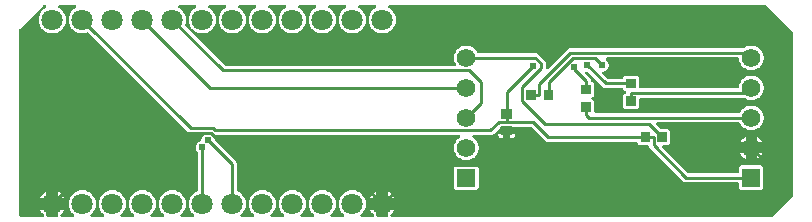
<source format=gbl>
G04 Layer: BottomLayer*
G04 EasyEDA v6.4.25, 2021-10-17T02:20:50+08:00*
G04 2ac7491e4d7b47ffaeae1aaf30646eaa,91c7be0e0535418db580a4ece6a21754,10*
G04 Gerber Generator version 0.2*
G04 Scale: 100 percent, Rotated: No, Reflected: No *
G04 Dimensions in millimeters *
G04 leading zeros omitted , absolute positions ,4 integer and 5 decimal *
%FSLAX45Y45*%
%MOMM*%

%ADD11C,0.2700*%
%ADD13C,0.6100*%
%ADD14C,1.5748*%
%ADD15R,1.5748X1.5748*%
%ADD16C,1.8000*%
%ADD19R,0.8640X0.8065*%

%LPD*%
G36*
X785368Y2578608D02*
G01*
X781456Y2579370D01*
X778205Y2581605D01*
X775970Y2584856D01*
X775208Y2588768D01*
X775208Y4163364D01*
X775970Y4167225D01*
X778205Y4170527D01*
X972972Y4365294D01*
X976274Y4367530D01*
X980135Y4368292D01*
X994918Y4368292D01*
X999236Y4367326D01*
X1002741Y4364583D01*
X1004722Y4360672D01*
X1004874Y4356252D01*
X1003096Y4352137D01*
X999794Y4349242D01*
X992022Y4344924D01*
X980236Y4336389D01*
X969619Y4326432D01*
X960323Y4315206D01*
X952550Y4302912D01*
X946353Y4289755D01*
X941832Y4275937D01*
X939139Y4261612D01*
X938225Y4247083D01*
X939139Y4232554D01*
X941832Y4218279D01*
X946353Y4204462D01*
X952550Y4191254D01*
X960323Y4178960D01*
X969619Y4167784D01*
X980236Y4157827D01*
X992022Y4149242D01*
X1004773Y4142232D01*
X1018286Y4136898D01*
X1032408Y4133291D01*
X1046835Y4131462D01*
X1061364Y4131462D01*
X1075791Y4133291D01*
X1089914Y4136898D01*
X1103426Y4142232D01*
X1116177Y4149242D01*
X1127963Y4157827D01*
X1138580Y4167784D01*
X1147876Y4178960D01*
X1155649Y4191254D01*
X1161846Y4204462D01*
X1166368Y4218279D01*
X1169060Y4232554D01*
X1169974Y4247083D01*
X1169060Y4261612D01*
X1166368Y4275937D01*
X1161846Y4289755D01*
X1155649Y4302912D01*
X1147876Y4315206D01*
X1138580Y4326432D01*
X1127963Y4336389D01*
X1116177Y4344924D01*
X1108405Y4349242D01*
X1105103Y4352137D01*
X1103325Y4356252D01*
X1103477Y4360672D01*
X1105458Y4364583D01*
X1108964Y4367326D01*
X1113282Y4368292D01*
X1248918Y4368292D01*
X1253236Y4367326D01*
X1256741Y4364583D01*
X1258722Y4360672D01*
X1258874Y4356252D01*
X1257096Y4352137D01*
X1253794Y4349242D01*
X1246022Y4344924D01*
X1234236Y4336389D01*
X1223619Y4326432D01*
X1214323Y4315206D01*
X1206550Y4302912D01*
X1200353Y4289755D01*
X1195832Y4275937D01*
X1193139Y4261612D01*
X1192225Y4247083D01*
X1193139Y4232554D01*
X1195832Y4218279D01*
X1200353Y4204462D01*
X1206550Y4191254D01*
X1214323Y4178960D01*
X1223619Y4167784D01*
X1234236Y4157827D01*
X1246022Y4149242D01*
X1258773Y4142232D01*
X1272286Y4136898D01*
X1286408Y4133291D01*
X1300835Y4131462D01*
X1315364Y4131462D01*
X1329791Y4133291D01*
X1343914Y4136898D01*
X1351076Y4139742D01*
X1354937Y4140454D01*
X1358747Y4139641D01*
X1361998Y4137456D01*
X2198065Y3301441D01*
X2204415Y3296208D01*
X2211222Y3292601D01*
X2218588Y3290366D01*
X2226767Y3289554D01*
X2331364Y3289554D01*
X2335530Y3288639D01*
X2338933Y3286150D01*
X2341016Y3282442D01*
X2341422Y3278225D01*
X2340051Y3274161D01*
X2337155Y3271062D01*
X2335936Y3270199D01*
X2328976Y3263239D01*
X2323388Y3255213D01*
X2319223Y3246323D01*
X2316683Y3236823D01*
X2315921Y3228136D01*
X2314752Y3224225D01*
X2312111Y3221075D01*
X2308402Y3219196D01*
X2306218Y3218637D01*
X2297328Y3214471D01*
X2289251Y3208832D01*
X2282291Y3201873D01*
X2276703Y3193846D01*
X2272538Y3184956D01*
X2269998Y3175457D01*
X2269134Y3165652D01*
X2269998Y3155848D01*
X2272538Y3146348D01*
X2276703Y3137458D01*
X2285339Y3125317D01*
X2286101Y3121456D01*
X2286101Y2803347D01*
X2285288Y2799435D01*
X2283053Y2796082D01*
X2279650Y2793898D01*
X2274773Y2791968D01*
X2262022Y2784957D01*
X2250236Y2776372D01*
X2239619Y2766415D01*
X2230323Y2755239D01*
X2222550Y2742946D01*
X2216353Y2729738D01*
X2211832Y2715920D01*
X2209139Y2701645D01*
X2208225Y2687116D01*
X2209139Y2672588D01*
X2211832Y2658262D01*
X2216353Y2644444D01*
X2222550Y2631287D01*
X2230323Y2618994D01*
X2239619Y2607767D01*
X2250236Y2597810D01*
X2254199Y2593848D01*
X2255469Y2589834D01*
X2255062Y2585618D01*
X2252929Y2581960D01*
X2249525Y2579471D01*
X2245410Y2578608D01*
X2148789Y2578608D01*
X2144674Y2579471D01*
X2141270Y2581960D01*
X2139137Y2585618D01*
X2138730Y2589834D01*
X2140000Y2593848D01*
X2143963Y2597810D01*
X2154580Y2607767D01*
X2163876Y2618994D01*
X2171649Y2631287D01*
X2177846Y2644444D01*
X2182368Y2658262D01*
X2185060Y2672588D01*
X2185974Y2687116D01*
X2185060Y2701645D01*
X2182368Y2715920D01*
X2177846Y2729738D01*
X2171649Y2742946D01*
X2163876Y2755239D01*
X2154580Y2766415D01*
X2143963Y2776372D01*
X2132177Y2784957D01*
X2119426Y2791968D01*
X2105914Y2797302D01*
X2091791Y2800959D01*
X2077364Y2802737D01*
X2062835Y2802737D01*
X2048408Y2800959D01*
X2034286Y2797302D01*
X2020773Y2791968D01*
X2008022Y2784957D01*
X1996236Y2776372D01*
X1985619Y2766415D01*
X1976323Y2755239D01*
X1968550Y2742946D01*
X1962353Y2729738D01*
X1957832Y2715920D01*
X1955139Y2701645D01*
X1954225Y2687116D01*
X1955139Y2672588D01*
X1957832Y2658262D01*
X1962353Y2644444D01*
X1968550Y2631287D01*
X1976323Y2618994D01*
X1985619Y2607767D01*
X1996236Y2597810D01*
X2000199Y2593848D01*
X2001469Y2589834D01*
X2001062Y2585618D01*
X1998929Y2581960D01*
X1995525Y2579471D01*
X1991410Y2578608D01*
X1894789Y2578608D01*
X1890674Y2579471D01*
X1887270Y2581960D01*
X1885137Y2585618D01*
X1884730Y2589834D01*
X1886000Y2593848D01*
X1889963Y2597810D01*
X1900580Y2607767D01*
X1909876Y2618994D01*
X1917649Y2631287D01*
X1923846Y2644444D01*
X1928368Y2658262D01*
X1931060Y2672588D01*
X1931974Y2687116D01*
X1931060Y2701645D01*
X1928368Y2715920D01*
X1923846Y2729738D01*
X1917649Y2742946D01*
X1909876Y2755239D01*
X1900580Y2766415D01*
X1889963Y2776372D01*
X1878177Y2784957D01*
X1865426Y2791968D01*
X1851914Y2797302D01*
X1837791Y2800959D01*
X1823364Y2802737D01*
X1808835Y2802737D01*
X1794408Y2800959D01*
X1780286Y2797302D01*
X1766773Y2791968D01*
X1754022Y2784957D01*
X1742236Y2776372D01*
X1731619Y2766415D01*
X1722323Y2755239D01*
X1714550Y2742946D01*
X1708353Y2729738D01*
X1703832Y2715920D01*
X1701139Y2701645D01*
X1700225Y2687116D01*
X1701139Y2672588D01*
X1703832Y2658262D01*
X1708353Y2644444D01*
X1714550Y2631287D01*
X1722323Y2618994D01*
X1731619Y2607767D01*
X1742236Y2597810D01*
X1746199Y2593848D01*
X1747469Y2589834D01*
X1747062Y2585618D01*
X1744929Y2581960D01*
X1741525Y2579471D01*
X1737410Y2578608D01*
X1640789Y2578608D01*
X1636674Y2579471D01*
X1633270Y2581960D01*
X1631137Y2585618D01*
X1630730Y2589834D01*
X1632000Y2593848D01*
X1635963Y2597810D01*
X1646580Y2607767D01*
X1655876Y2618994D01*
X1663649Y2631287D01*
X1669846Y2644444D01*
X1674368Y2658262D01*
X1677060Y2672588D01*
X1677974Y2687116D01*
X1677060Y2701645D01*
X1674368Y2715920D01*
X1669846Y2729738D01*
X1663649Y2742946D01*
X1655876Y2755239D01*
X1646580Y2766415D01*
X1635963Y2776372D01*
X1624177Y2784957D01*
X1611426Y2791968D01*
X1597914Y2797302D01*
X1583791Y2800959D01*
X1569364Y2802737D01*
X1554835Y2802737D01*
X1540408Y2800959D01*
X1526286Y2797302D01*
X1512773Y2791968D01*
X1500022Y2784957D01*
X1488236Y2776372D01*
X1477619Y2766415D01*
X1468323Y2755239D01*
X1460550Y2742946D01*
X1454353Y2729738D01*
X1449832Y2715920D01*
X1447139Y2701645D01*
X1446225Y2687116D01*
X1447139Y2672588D01*
X1449832Y2658262D01*
X1454353Y2644444D01*
X1460550Y2631287D01*
X1468323Y2618994D01*
X1477619Y2607767D01*
X1488236Y2597810D01*
X1492199Y2593848D01*
X1493469Y2589834D01*
X1493062Y2585618D01*
X1490929Y2581960D01*
X1487525Y2579471D01*
X1483410Y2578608D01*
X1386789Y2578608D01*
X1382674Y2579471D01*
X1379270Y2581960D01*
X1377137Y2585618D01*
X1376730Y2589834D01*
X1378000Y2593848D01*
X1381963Y2597810D01*
X1392580Y2607767D01*
X1401876Y2618994D01*
X1409649Y2631287D01*
X1415846Y2644444D01*
X1420368Y2658262D01*
X1423060Y2672588D01*
X1423974Y2687116D01*
X1423060Y2701645D01*
X1420368Y2715920D01*
X1415846Y2729738D01*
X1409649Y2742946D01*
X1401876Y2755239D01*
X1392580Y2766415D01*
X1381963Y2776372D01*
X1370177Y2784957D01*
X1357426Y2791968D01*
X1343914Y2797302D01*
X1329791Y2800959D01*
X1315364Y2802737D01*
X1300835Y2802737D01*
X1286408Y2800959D01*
X1272286Y2797302D01*
X1258773Y2791968D01*
X1246022Y2784957D01*
X1234236Y2776372D01*
X1223619Y2766415D01*
X1214323Y2755239D01*
X1206550Y2742946D01*
X1200353Y2729738D01*
X1195832Y2715920D01*
X1193139Y2701645D01*
X1192225Y2687116D01*
X1193139Y2672588D01*
X1195832Y2658262D01*
X1200353Y2644444D01*
X1206550Y2631287D01*
X1214323Y2618994D01*
X1223619Y2607767D01*
X1234236Y2597810D01*
X1238199Y2593848D01*
X1239469Y2589834D01*
X1239062Y2585618D01*
X1236929Y2581960D01*
X1233525Y2579471D01*
X1229410Y2578608D01*
X1132840Y2578608D01*
X1128674Y2579471D01*
X1125270Y2581960D01*
X1123188Y2585618D01*
X1122730Y2589834D01*
X1124051Y2593848D01*
X1127963Y2597810D01*
X1138580Y2607767D01*
X1147876Y2618994D01*
X1155649Y2631236D01*
X1157782Y2635758D01*
X1105458Y2635758D01*
X1105458Y2588768D01*
X1104696Y2584856D01*
X1102461Y2581605D01*
X1099159Y2579370D01*
X1095298Y2578608D01*
X1012901Y2578608D01*
X1009040Y2579370D01*
X1005738Y2581605D01*
X1003503Y2584856D01*
X1002741Y2588768D01*
X1002741Y2635758D01*
X950417Y2635758D01*
X952550Y2631236D01*
X960323Y2618994D01*
X969619Y2607767D01*
X980236Y2597810D01*
X984148Y2593848D01*
X985469Y2589834D01*
X985012Y2585618D01*
X982929Y2581960D01*
X979525Y2579471D01*
X975360Y2578608D01*
G37*

%LPC*%
G36*
X950417Y2738424D02*
G01*
X1002741Y2738424D01*
X1002741Y2790850D01*
X992022Y2784957D01*
X980236Y2776372D01*
X969619Y2766415D01*
X960323Y2755188D01*
X952550Y2742946D01*
G37*
G36*
X1105458Y2738424D02*
G01*
X1157782Y2738424D01*
X1155649Y2742946D01*
X1147876Y2755188D01*
X1138580Y2766415D01*
X1127963Y2776372D01*
X1116177Y2784957D01*
X1105458Y2790850D01*
G37*

%LPD*%
G36*
X2656789Y2578608D02*
G01*
X2652674Y2579471D01*
X2649270Y2581960D01*
X2647137Y2585618D01*
X2646730Y2589834D01*
X2648000Y2593848D01*
X2651963Y2597810D01*
X2662580Y2607767D01*
X2671876Y2618994D01*
X2679649Y2631287D01*
X2685846Y2644444D01*
X2690368Y2658262D01*
X2693060Y2672588D01*
X2693974Y2687116D01*
X2693060Y2701645D01*
X2690368Y2715920D01*
X2685846Y2729738D01*
X2679649Y2742946D01*
X2671876Y2755239D01*
X2662580Y2766415D01*
X2651963Y2776372D01*
X2640177Y2784957D01*
X2627426Y2791968D01*
X2623921Y2793339D01*
X2620568Y2795524D01*
X2618282Y2798876D01*
X2617520Y2802788D01*
X2617520Y3020618D01*
X2616708Y3028797D01*
X2614472Y3036163D01*
X2610815Y3042970D01*
X2605633Y3049320D01*
X2431237Y3223717D01*
X2429205Y3226612D01*
X2428290Y3230016D01*
X2427681Y3236823D01*
X2425141Y3246323D01*
X2420975Y3255213D01*
X2420061Y3259328D01*
X2420874Y3263493D01*
X2423312Y3266998D01*
X2426970Y3269132D01*
X2431186Y3269640D01*
X2435250Y3269234D01*
X4497882Y3269234D01*
X4502099Y3268319D01*
X4505553Y3265779D01*
X4507636Y3262020D01*
X4507992Y3257753D01*
X4506518Y3253689D01*
X4503572Y3250590D01*
X4495596Y3245307D01*
X4485335Y3236264D01*
X4476292Y3226003D01*
X4468672Y3214624D01*
X4462627Y3202330D01*
X4458258Y3189376D01*
X4455566Y3175965D01*
X4454652Y3162300D01*
X4455566Y3148634D01*
X4458258Y3135223D01*
X4462627Y3122269D01*
X4468672Y3109976D01*
X4476292Y3098596D01*
X4485335Y3088335D01*
X4495596Y3079292D01*
X4506976Y3071672D01*
X4519269Y3065627D01*
X4532223Y3061258D01*
X4545634Y3058566D01*
X4559300Y3057652D01*
X4572965Y3058566D01*
X4586376Y3061258D01*
X4599330Y3065627D01*
X4611624Y3071672D01*
X4623003Y3079292D01*
X4633264Y3088335D01*
X4642307Y3098596D01*
X4649927Y3109976D01*
X4655972Y3122269D01*
X4660341Y3135223D01*
X4663033Y3148634D01*
X4663948Y3162300D01*
X4663033Y3175965D01*
X4660341Y3189376D01*
X4655972Y3202330D01*
X4649927Y3214624D01*
X4642307Y3226003D01*
X4633264Y3236264D01*
X4623003Y3245307D01*
X4615027Y3250590D01*
X4612081Y3253689D01*
X4610608Y3257753D01*
X4610963Y3262020D01*
X4613046Y3265779D01*
X4616500Y3268319D01*
X4620717Y3269234D01*
X4762144Y3269234D01*
X4770323Y3270046D01*
X4777689Y3272282D01*
X4784496Y3275888D01*
X4790846Y3281121D01*
X4841290Y3331565D01*
X4844592Y3333800D01*
X4848504Y3334562D01*
X4874564Y3334562D01*
X4876850Y3337356D01*
X4879949Y3339236D01*
X4883505Y3339846D01*
X4920894Y3339846D01*
X4924450Y3339236D01*
X4927549Y3337356D01*
X4929835Y3334562D01*
X4974336Y3334562D01*
X4976622Y3337356D01*
X4979720Y3339236D01*
X4983276Y3339846D01*
X5106568Y3339846D01*
X5110480Y3339084D01*
X5113782Y3336899D01*
X5226964Y3223666D01*
X5233314Y3218484D01*
X5240121Y3214827D01*
X5247487Y3212592D01*
X5255666Y3211779D01*
X6001461Y3211779D01*
X6005068Y3211118D01*
X6008217Y3209188D01*
X6010503Y3206292D01*
X6011621Y3202228D01*
X6013500Y3196793D01*
X6016599Y3191865D01*
X6020714Y3187801D01*
X6025591Y3184702D01*
X6031077Y3182823D01*
X6037376Y3182112D01*
X6097320Y3182112D01*
X6101486Y3181197D01*
X6104940Y3178606D01*
X6107023Y3174898D01*
X6109360Y3167227D01*
X6113018Y3160420D01*
X6118199Y3154070D01*
X6391503Y2880766D01*
X6397853Y2875584D01*
X6404660Y2871927D01*
X6412026Y2869692D01*
X6420205Y2868879D01*
X6857492Y2868879D01*
X6861403Y2868117D01*
X6864654Y2865932D01*
X6866890Y2862630D01*
X6867652Y2858719D01*
X6867652Y2830118D01*
X6868363Y2823819D01*
X6870293Y2818333D01*
X6873341Y2813456D01*
X6877456Y2809341D01*
X6882333Y2806293D01*
X6887819Y2804363D01*
X6894118Y2803652D01*
X7050481Y2803652D01*
X7056780Y2804363D01*
X7062266Y2806293D01*
X7067143Y2809341D01*
X7071258Y2813456D01*
X7074306Y2818333D01*
X7076236Y2823819D01*
X7076948Y2830118D01*
X7076948Y2986481D01*
X7076236Y2992780D01*
X7074306Y2998266D01*
X7071258Y3003143D01*
X7067143Y3007258D01*
X7062266Y3010306D01*
X7056780Y3012236D01*
X7050481Y3012948D01*
X6894118Y3012948D01*
X6887819Y3012236D01*
X6882333Y3010306D01*
X6877456Y3007258D01*
X6873341Y3003143D01*
X6870293Y2998266D01*
X6868363Y2992780D01*
X6867652Y2986481D01*
X6867652Y2957880D01*
X6866890Y2953969D01*
X6864654Y2950667D01*
X6861403Y2948482D01*
X6857492Y2947720D01*
X6440220Y2947720D01*
X6436360Y2948482D01*
X6433058Y2950667D01*
X6218986Y3164738D01*
X6216802Y3168040D01*
X6215989Y3171952D01*
X6216802Y3175812D01*
X6218986Y3179114D01*
X6222288Y3181299D01*
X6226149Y3182112D01*
X6256223Y3182112D01*
X6262522Y3182823D01*
X6268008Y3184702D01*
X6272885Y3187801D01*
X6277000Y3191865D01*
X6280099Y3196793D01*
X6281978Y3202228D01*
X6282690Y3208578D01*
X6282690Y3293821D01*
X6281978Y3300171D01*
X6280099Y3305606D01*
X6277000Y3310534D01*
X6272885Y3314598D01*
X6268008Y3317697D01*
X6262522Y3319576D01*
X6256223Y3320287D01*
X6207658Y3320287D01*
X6203746Y3321100D01*
X6200444Y3323285D01*
X6164173Y3359556D01*
X6161989Y3362858D01*
X6161227Y3366719D01*
X6161989Y3370630D01*
X6164173Y3373932D01*
X6167475Y3376117D01*
X6171387Y3376879D01*
X6869023Y3376879D01*
X6872681Y3376218D01*
X6875881Y3374237D01*
X6878116Y3371240D01*
X6881672Y3363976D01*
X6889292Y3352596D01*
X6898335Y3342335D01*
X6908596Y3333292D01*
X6919975Y3325672D01*
X6932269Y3319627D01*
X6945223Y3315258D01*
X6958634Y3312566D01*
X6972300Y3311651D01*
X6985965Y3312566D01*
X6999376Y3315258D01*
X7012330Y3319627D01*
X7024624Y3325672D01*
X7036003Y3333292D01*
X7046264Y3342335D01*
X7055307Y3352596D01*
X7062927Y3363976D01*
X7068972Y3376269D01*
X7073341Y3389223D01*
X7076033Y3402634D01*
X7076948Y3416300D01*
X7076033Y3429965D01*
X7073341Y3443376D01*
X7068972Y3456330D01*
X7062927Y3468624D01*
X7055307Y3480003D01*
X7046264Y3490264D01*
X7036003Y3499307D01*
X7024624Y3506927D01*
X7012330Y3512972D01*
X6999376Y3517341D01*
X6985965Y3520033D01*
X6972300Y3520948D01*
X6958634Y3520033D01*
X6945223Y3517341D01*
X6932269Y3512972D01*
X6919975Y3506927D01*
X6908596Y3499307D01*
X6898335Y3490264D01*
X6889292Y3480003D01*
X6881672Y3468624D01*
X6878116Y3461359D01*
X6875881Y3458362D01*
X6872681Y3456381D01*
X6869023Y3455720D01*
X5654548Y3455720D01*
X5650687Y3456482D01*
X5647385Y3458667D01*
X5645200Y3461969D01*
X5644388Y3465880D01*
X5644388Y3545840D01*
X5643676Y3552139D01*
X5641797Y3557625D01*
X5638698Y3562502D01*
X5634634Y3566617D01*
X5629706Y3569665D01*
X5623661Y3571798D01*
X5620105Y3573932D01*
X5617667Y3577336D01*
X5616854Y3581400D01*
X5617667Y3585464D01*
X5620105Y3588867D01*
X5623661Y3591001D01*
X5629706Y3593134D01*
X5634634Y3596182D01*
X5638698Y3600297D01*
X5641797Y3605174D01*
X5643676Y3610660D01*
X5644388Y3616960D01*
X5644388Y3696462D01*
X5643676Y3702812D01*
X5641797Y3708247D01*
X5638698Y3713175D01*
X5634634Y3717239D01*
X5629706Y3720337D01*
X5624271Y3722268D01*
X5619800Y3723335D01*
X5617006Y3725316D01*
X5615025Y3728161D01*
X5613908Y3733647D01*
X5611672Y3741013D01*
X5608015Y3747820D01*
X5602833Y3754170D01*
X5566918Y3790086D01*
X5564682Y3793540D01*
X5563920Y3797554D01*
X5564886Y3801567D01*
X5567324Y3804869D01*
X5570880Y3806901D01*
X5574995Y3807409D01*
X5579516Y3807002D01*
X5582920Y3806088D01*
X5585815Y3804056D01*
X5709869Y3680002D01*
X5716219Y3674821D01*
X5723026Y3671163D01*
X5730392Y3668928D01*
X5738571Y3668115D01*
X5878372Y3668115D01*
X5882436Y3667302D01*
X5885789Y3664864D01*
X5887923Y3661308D01*
X5889802Y3655974D01*
X5892901Y3651097D01*
X5896965Y3646982D01*
X5901893Y3643934D01*
X5907938Y3641801D01*
X5911494Y3639667D01*
X5913932Y3636264D01*
X5914745Y3632200D01*
X5913932Y3628136D01*
X5911494Y3624732D01*
X5907938Y3622598D01*
X5901893Y3620465D01*
X5896965Y3617417D01*
X5892901Y3613302D01*
X5889802Y3608425D01*
X5887923Y3602939D01*
X5887212Y3596640D01*
X5887212Y3517137D01*
X5887923Y3510787D01*
X5889802Y3505352D01*
X5892901Y3500424D01*
X5896965Y3496360D01*
X5901893Y3493262D01*
X5907328Y3491331D01*
X5913678Y3490620D01*
X5998921Y3490620D01*
X6005271Y3491331D01*
X6010706Y3493262D01*
X6015634Y3496360D01*
X6019698Y3500424D01*
X6022797Y3505352D01*
X6024676Y3510787D01*
X6025388Y3517137D01*
X6025388Y3576574D01*
X6026200Y3580434D01*
X6028385Y3583736D01*
X6031687Y3585972D01*
X6035548Y3586734D01*
X6906361Y3586734D01*
X6909308Y3586276D01*
X6912051Y3585006D01*
X6919975Y3579672D01*
X6932269Y3573627D01*
X6945223Y3569258D01*
X6958634Y3566566D01*
X6972300Y3565651D01*
X6985965Y3566566D01*
X6999376Y3569258D01*
X7012330Y3573627D01*
X7024624Y3579672D01*
X7036003Y3587292D01*
X7046264Y3596335D01*
X7055307Y3606596D01*
X7062927Y3617976D01*
X7068972Y3630269D01*
X7073341Y3643223D01*
X7076033Y3656634D01*
X7076948Y3670300D01*
X7076033Y3683965D01*
X7073341Y3697376D01*
X7068972Y3710330D01*
X7062927Y3722624D01*
X7055307Y3734003D01*
X7046264Y3744264D01*
X7036003Y3753307D01*
X7024624Y3760927D01*
X7012330Y3766972D01*
X6999376Y3771341D01*
X6985965Y3774033D01*
X6972300Y3774948D01*
X6958634Y3774033D01*
X6945223Y3771341D01*
X6932269Y3766972D01*
X6919975Y3760927D01*
X6908596Y3753307D01*
X6898335Y3744264D01*
X6889292Y3734003D01*
X6881672Y3722624D01*
X6875627Y3710330D01*
X6871258Y3697376D01*
X6868566Y3683965D01*
X6868007Y3675024D01*
X6867042Y3671366D01*
X6864807Y3668268D01*
X6861556Y3666236D01*
X6857847Y3665524D01*
X6035548Y3665524D01*
X6031687Y3666286D01*
X6028385Y3668522D01*
X6026200Y3671824D01*
X6025388Y3675684D01*
X6025388Y3747262D01*
X6024676Y3753612D01*
X6022797Y3759047D01*
X6019698Y3763975D01*
X6015634Y3768039D01*
X6010706Y3771137D01*
X6005271Y3773068D01*
X5998921Y3773779D01*
X5913678Y3773779D01*
X5907328Y3773068D01*
X5901893Y3771137D01*
X5896965Y3768039D01*
X5892901Y3763975D01*
X5889802Y3759047D01*
X5887974Y3753764D01*
X5885789Y3750208D01*
X5882436Y3747770D01*
X5878372Y3746957D01*
X5758586Y3746957D01*
X5754725Y3747719D01*
X5751423Y3749903D01*
X5711139Y3790187D01*
X5709005Y3793337D01*
X5708142Y3797096D01*
X5708751Y3800856D01*
X5710732Y3804107D01*
X5713780Y3806444D01*
X5719165Y3807663D01*
X5728665Y3810203D01*
X5737555Y3814368D01*
X5745581Y3819956D01*
X5752541Y3826916D01*
X5758180Y3834993D01*
X5762345Y3843883D01*
X5764885Y3853383D01*
X5765749Y3863136D01*
X5764885Y3872941D01*
X5762345Y3882440D01*
X5758180Y3891330D01*
X5752541Y3899408D01*
X5745581Y3906367D01*
X5741924Y3908907D01*
X5739028Y3912006D01*
X5737656Y3916070D01*
X5738063Y3920286D01*
X5740196Y3923995D01*
X5743600Y3926484D01*
X5747766Y3927398D01*
X6857949Y3927398D01*
X6861708Y3926687D01*
X6864908Y3924655D01*
X6867144Y3921556D01*
X6868109Y3917899D01*
X6868566Y3910634D01*
X6871258Y3897223D01*
X6875627Y3884269D01*
X6881672Y3871976D01*
X6889292Y3860596D01*
X6898335Y3850335D01*
X6908596Y3841292D01*
X6919975Y3833672D01*
X6932269Y3827627D01*
X6945223Y3823258D01*
X6958634Y3820566D01*
X6972300Y3819651D01*
X6985965Y3820566D01*
X6999376Y3823258D01*
X7012330Y3827627D01*
X7024624Y3833672D01*
X7036003Y3841292D01*
X7046264Y3850335D01*
X7055307Y3860596D01*
X7062927Y3871976D01*
X7068972Y3884269D01*
X7073341Y3897223D01*
X7076033Y3910634D01*
X7076948Y3924300D01*
X7076033Y3937965D01*
X7073341Y3951376D01*
X7068972Y3964330D01*
X7062927Y3976624D01*
X7055307Y3988003D01*
X7046264Y3998264D01*
X7036003Y4007307D01*
X7024624Y4014927D01*
X7012330Y4020972D01*
X6999376Y4025341D01*
X6985965Y4028033D01*
X6972300Y4028948D01*
X6958634Y4028033D01*
X6945223Y4025341D01*
X6932269Y4020972D01*
X6919975Y4014927D01*
X6909511Y4007916D01*
X6906818Y4006646D01*
X6903872Y4006189D01*
X5441848Y4006189D01*
X5433669Y4005376D01*
X5426303Y4003141D01*
X5419496Y3999534D01*
X5413146Y3994302D01*
X5248249Y3829405D01*
X5244947Y3827221D01*
X5241086Y3826459D01*
X5237175Y3827221D01*
X5233873Y3829405D01*
X5231688Y3832707D01*
X5230926Y3836619D01*
X5230926Y3877259D01*
X5230114Y3885437D01*
X5227878Y3892804D01*
X5224221Y3899611D01*
X5219039Y3905961D01*
X5173167Y3951833D01*
X5166817Y3957015D01*
X5160010Y3960672D01*
X5152644Y3962908D01*
X5144465Y3963720D01*
X4662576Y3963720D01*
X4658918Y3964381D01*
X4655718Y3966362D01*
X4653483Y3969359D01*
X4649927Y3976624D01*
X4642307Y3988003D01*
X4633264Y3998264D01*
X4623003Y4007307D01*
X4611624Y4014927D01*
X4599330Y4020972D01*
X4586376Y4025341D01*
X4572965Y4028033D01*
X4559300Y4028948D01*
X4545634Y4028033D01*
X4532223Y4025341D01*
X4519269Y4020972D01*
X4506976Y4014927D01*
X4495596Y4007307D01*
X4485335Y3998264D01*
X4476292Y3988003D01*
X4468672Y3976624D01*
X4462627Y3964330D01*
X4458258Y3951376D01*
X4455566Y3937965D01*
X4454652Y3924300D01*
X4455566Y3910634D01*
X4458258Y3897223D01*
X4462627Y3884269D01*
X4468825Y3871823D01*
X4470400Y3867759D01*
X4470146Y3863390D01*
X4468063Y3859580D01*
X4464608Y3856939D01*
X4460341Y3856024D01*
X2521153Y3856024D01*
X2517241Y3856786D01*
X2513939Y3858971D01*
X2179929Y4193032D01*
X2177796Y4196080D01*
X2176932Y4199737D01*
X2177440Y4203395D01*
X2182368Y4218279D01*
X2185060Y4232554D01*
X2185974Y4247083D01*
X2185060Y4261612D01*
X2182368Y4275937D01*
X2177846Y4289755D01*
X2171649Y4302912D01*
X2163876Y4315206D01*
X2154580Y4326432D01*
X2143963Y4336389D01*
X2132177Y4344924D01*
X2124405Y4349242D01*
X2121103Y4352137D01*
X2119325Y4356252D01*
X2119477Y4360672D01*
X2121458Y4364583D01*
X2124964Y4367326D01*
X2129282Y4368292D01*
X2264918Y4368292D01*
X2269236Y4367326D01*
X2272741Y4364583D01*
X2274722Y4360672D01*
X2274874Y4356252D01*
X2273096Y4352137D01*
X2269794Y4349242D01*
X2262022Y4344924D01*
X2250236Y4336389D01*
X2239619Y4326432D01*
X2230323Y4315206D01*
X2222550Y4302912D01*
X2216353Y4289755D01*
X2211832Y4275937D01*
X2209139Y4261612D01*
X2208225Y4247083D01*
X2209139Y4232554D01*
X2211832Y4218279D01*
X2216353Y4204462D01*
X2222550Y4191254D01*
X2230323Y4178960D01*
X2239619Y4167784D01*
X2250236Y4157827D01*
X2262022Y4149242D01*
X2274773Y4142232D01*
X2288286Y4136898D01*
X2302408Y4133291D01*
X2316835Y4131462D01*
X2331364Y4131462D01*
X2345791Y4133291D01*
X2359914Y4136898D01*
X2373426Y4142232D01*
X2386177Y4149242D01*
X2397963Y4157827D01*
X2408580Y4167784D01*
X2417876Y4178960D01*
X2425649Y4191254D01*
X2431846Y4204462D01*
X2436368Y4218279D01*
X2439060Y4232554D01*
X2439974Y4247083D01*
X2439060Y4261612D01*
X2436368Y4275937D01*
X2431846Y4289755D01*
X2425649Y4302912D01*
X2417876Y4315206D01*
X2408580Y4326432D01*
X2397963Y4336389D01*
X2386177Y4344924D01*
X2378405Y4349242D01*
X2375103Y4352137D01*
X2373325Y4356252D01*
X2373477Y4360672D01*
X2375458Y4364583D01*
X2378964Y4367326D01*
X2383282Y4368292D01*
X2518918Y4368292D01*
X2523236Y4367326D01*
X2526741Y4364583D01*
X2528722Y4360672D01*
X2528874Y4356252D01*
X2527096Y4352137D01*
X2523794Y4349242D01*
X2516022Y4344924D01*
X2504236Y4336389D01*
X2493619Y4326432D01*
X2484323Y4315206D01*
X2476550Y4302912D01*
X2470353Y4289755D01*
X2465832Y4275937D01*
X2463139Y4261612D01*
X2462225Y4247083D01*
X2463139Y4232554D01*
X2465832Y4218279D01*
X2470353Y4204462D01*
X2476550Y4191254D01*
X2484323Y4178960D01*
X2493619Y4167784D01*
X2504236Y4157827D01*
X2516022Y4149242D01*
X2528773Y4142232D01*
X2542286Y4136898D01*
X2556408Y4133291D01*
X2570835Y4131462D01*
X2585364Y4131462D01*
X2599791Y4133291D01*
X2613914Y4136898D01*
X2627426Y4142232D01*
X2640177Y4149242D01*
X2651963Y4157827D01*
X2662580Y4167784D01*
X2671876Y4178960D01*
X2679649Y4191254D01*
X2685846Y4204462D01*
X2690368Y4218279D01*
X2693060Y4232554D01*
X2693974Y4247083D01*
X2693060Y4261612D01*
X2690368Y4275937D01*
X2685846Y4289755D01*
X2679649Y4302912D01*
X2671876Y4315206D01*
X2662580Y4326432D01*
X2651963Y4336389D01*
X2640177Y4344924D01*
X2632405Y4349242D01*
X2629103Y4352137D01*
X2627325Y4356252D01*
X2627477Y4360672D01*
X2629458Y4364583D01*
X2632964Y4367326D01*
X2637282Y4368292D01*
X2772918Y4368292D01*
X2777236Y4367326D01*
X2780741Y4364583D01*
X2782722Y4360672D01*
X2782874Y4356252D01*
X2781096Y4352137D01*
X2777794Y4349242D01*
X2770022Y4344924D01*
X2758236Y4336389D01*
X2747619Y4326432D01*
X2738323Y4315206D01*
X2730550Y4302912D01*
X2724353Y4289755D01*
X2719832Y4275937D01*
X2717139Y4261612D01*
X2716225Y4247083D01*
X2717139Y4232554D01*
X2719832Y4218279D01*
X2724353Y4204462D01*
X2730550Y4191254D01*
X2738323Y4178960D01*
X2747619Y4167784D01*
X2758236Y4157827D01*
X2770022Y4149242D01*
X2782773Y4142232D01*
X2796286Y4136898D01*
X2810408Y4133291D01*
X2824835Y4131462D01*
X2839364Y4131462D01*
X2853791Y4133291D01*
X2867914Y4136898D01*
X2881426Y4142232D01*
X2894177Y4149242D01*
X2905963Y4157827D01*
X2916580Y4167784D01*
X2925876Y4178960D01*
X2933649Y4191254D01*
X2939846Y4204462D01*
X2944368Y4218279D01*
X2947060Y4232554D01*
X2947974Y4247083D01*
X2947060Y4261612D01*
X2944368Y4275937D01*
X2939846Y4289755D01*
X2933649Y4302912D01*
X2925876Y4315206D01*
X2916580Y4326432D01*
X2905963Y4336389D01*
X2894177Y4344924D01*
X2886405Y4349242D01*
X2883103Y4352137D01*
X2881325Y4356252D01*
X2881477Y4360672D01*
X2883458Y4364583D01*
X2886964Y4367326D01*
X2891282Y4368292D01*
X3026918Y4368292D01*
X3031236Y4367326D01*
X3034741Y4364583D01*
X3036722Y4360672D01*
X3036874Y4356252D01*
X3035096Y4352137D01*
X3031794Y4349242D01*
X3024022Y4344924D01*
X3012236Y4336389D01*
X3001619Y4326432D01*
X2992323Y4315206D01*
X2984550Y4302912D01*
X2978353Y4289755D01*
X2973832Y4275937D01*
X2971139Y4261612D01*
X2970225Y4247083D01*
X2971139Y4232554D01*
X2973832Y4218279D01*
X2978353Y4204462D01*
X2984550Y4191254D01*
X2992323Y4178960D01*
X3001619Y4167784D01*
X3012236Y4157827D01*
X3024022Y4149242D01*
X3036773Y4142232D01*
X3050286Y4136898D01*
X3064408Y4133291D01*
X3078835Y4131462D01*
X3093364Y4131462D01*
X3107791Y4133291D01*
X3121914Y4136898D01*
X3135426Y4142232D01*
X3148177Y4149242D01*
X3159963Y4157827D01*
X3170580Y4167784D01*
X3179876Y4178960D01*
X3187649Y4191254D01*
X3193846Y4204462D01*
X3198368Y4218279D01*
X3201060Y4232554D01*
X3201974Y4247083D01*
X3201060Y4261612D01*
X3198368Y4275937D01*
X3193846Y4289755D01*
X3187649Y4302912D01*
X3179876Y4315206D01*
X3170580Y4326432D01*
X3159963Y4336389D01*
X3148177Y4344924D01*
X3140405Y4349242D01*
X3137103Y4352137D01*
X3135325Y4356252D01*
X3135477Y4360672D01*
X3137458Y4364583D01*
X3140964Y4367326D01*
X3145282Y4368292D01*
X3280918Y4368292D01*
X3285236Y4367326D01*
X3288741Y4364583D01*
X3290722Y4360672D01*
X3290874Y4356252D01*
X3289096Y4352137D01*
X3285794Y4349242D01*
X3278022Y4344924D01*
X3266236Y4336389D01*
X3255619Y4326432D01*
X3246323Y4315206D01*
X3238550Y4302912D01*
X3232353Y4289755D01*
X3227832Y4275937D01*
X3225139Y4261612D01*
X3224225Y4247083D01*
X3225139Y4232554D01*
X3227832Y4218279D01*
X3232353Y4204462D01*
X3238550Y4191254D01*
X3246323Y4178960D01*
X3255619Y4167784D01*
X3266236Y4157827D01*
X3278022Y4149242D01*
X3290773Y4142232D01*
X3304286Y4136898D01*
X3318408Y4133291D01*
X3332835Y4131462D01*
X3347364Y4131462D01*
X3361791Y4133291D01*
X3375914Y4136898D01*
X3389426Y4142232D01*
X3402177Y4149242D01*
X3413963Y4157827D01*
X3424580Y4167784D01*
X3433876Y4178960D01*
X3441649Y4191254D01*
X3447846Y4204462D01*
X3452368Y4218279D01*
X3455060Y4232554D01*
X3455974Y4247083D01*
X3455060Y4261612D01*
X3452368Y4275937D01*
X3447846Y4289755D01*
X3441649Y4302912D01*
X3433876Y4315206D01*
X3424580Y4326432D01*
X3413963Y4336389D01*
X3402177Y4344924D01*
X3394405Y4349242D01*
X3391103Y4352137D01*
X3389325Y4356252D01*
X3389477Y4360672D01*
X3391458Y4364583D01*
X3394964Y4367326D01*
X3399282Y4368292D01*
X3534918Y4368292D01*
X3539236Y4367326D01*
X3542741Y4364583D01*
X3544722Y4360672D01*
X3544874Y4356252D01*
X3543096Y4352137D01*
X3539794Y4349242D01*
X3532022Y4344924D01*
X3520236Y4336389D01*
X3509619Y4326432D01*
X3500323Y4315206D01*
X3492550Y4302912D01*
X3486353Y4289755D01*
X3481832Y4275937D01*
X3479139Y4261612D01*
X3478225Y4247083D01*
X3479139Y4232554D01*
X3481832Y4218279D01*
X3486353Y4204462D01*
X3492550Y4191254D01*
X3500323Y4178960D01*
X3509619Y4167784D01*
X3520236Y4157827D01*
X3532022Y4149242D01*
X3544773Y4142232D01*
X3558286Y4136898D01*
X3572408Y4133291D01*
X3586835Y4131462D01*
X3601364Y4131462D01*
X3615791Y4133291D01*
X3629914Y4136898D01*
X3643426Y4142232D01*
X3656177Y4149242D01*
X3667963Y4157827D01*
X3678580Y4167784D01*
X3687876Y4178960D01*
X3695649Y4191254D01*
X3701846Y4204462D01*
X3706368Y4218279D01*
X3709060Y4232554D01*
X3709974Y4247083D01*
X3709060Y4261612D01*
X3706368Y4275937D01*
X3701846Y4289755D01*
X3695649Y4302912D01*
X3687876Y4315206D01*
X3678580Y4326432D01*
X3667963Y4336389D01*
X3656177Y4344924D01*
X3648405Y4349242D01*
X3645103Y4352137D01*
X3643325Y4356252D01*
X3643477Y4360672D01*
X3645458Y4364583D01*
X3648964Y4367326D01*
X3653282Y4368292D01*
X3788918Y4368292D01*
X3793236Y4367326D01*
X3796741Y4364583D01*
X3798722Y4360672D01*
X3798874Y4356252D01*
X3797096Y4352137D01*
X3793794Y4349242D01*
X3786022Y4344924D01*
X3774236Y4336389D01*
X3763619Y4326432D01*
X3754323Y4315206D01*
X3746550Y4302912D01*
X3740353Y4289755D01*
X3735832Y4275937D01*
X3733139Y4261612D01*
X3732225Y4247083D01*
X3733139Y4232554D01*
X3735832Y4218279D01*
X3740353Y4204462D01*
X3746550Y4191254D01*
X3754323Y4178960D01*
X3763619Y4167784D01*
X3774236Y4157827D01*
X3786022Y4149242D01*
X3798773Y4142232D01*
X3812286Y4136898D01*
X3826408Y4133291D01*
X3840835Y4131462D01*
X3855364Y4131462D01*
X3869791Y4133291D01*
X3883914Y4136898D01*
X3897426Y4142232D01*
X3910177Y4149242D01*
X3921963Y4157827D01*
X3932580Y4167784D01*
X3941876Y4178960D01*
X3949649Y4191254D01*
X3955846Y4204462D01*
X3960368Y4218279D01*
X3963060Y4232554D01*
X3963974Y4247083D01*
X3963060Y4261612D01*
X3960368Y4275937D01*
X3955846Y4289755D01*
X3949649Y4302912D01*
X3941876Y4315206D01*
X3932580Y4326432D01*
X3921963Y4336389D01*
X3910177Y4344924D01*
X3902405Y4349242D01*
X3899103Y4352137D01*
X3897325Y4356252D01*
X3897477Y4360672D01*
X3899458Y4364583D01*
X3902964Y4367326D01*
X3907282Y4368292D01*
X7097064Y4368292D01*
X7100925Y4367530D01*
X7104227Y4365294D01*
X7324394Y4145127D01*
X7326630Y4141825D01*
X7327392Y4137964D01*
X7327392Y2758135D01*
X7326630Y2754274D01*
X7324394Y2750972D01*
X7155027Y2581605D01*
X7151725Y2579370D01*
X7147864Y2578608D01*
X3926840Y2578608D01*
X3922674Y2579471D01*
X3919270Y2581960D01*
X3917137Y2585618D01*
X3916730Y2589834D01*
X3918000Y2593848D01*
X3921963Y2597810D01*
X3932580Y2607767D01*
X3941876Y2618994D01*
X3949649Y2631287D01*
X3951782Y2635758D01*
X3899458Y2635758D01*
X3899458Y2588768D01*
X3898696Y2584856D01*
X3896461Y2581605D01*
X3893159Y2579370D01*
X3889298Y2578608D01*
X3806901Y2578608D01*
X3803040Y2579370D01*
X3799738Y2581605D01*
X3797503Y2584856D01*
X3796741Y2588768D01*
X3796741Y2635758D01*
X3744417Y2635758D01*
X3746550Y2631287D01*
X3754323Y2618994D01*
X3763619Y2607767D01*
X3774236Y2597810D01*
X3778199Y2593848D01*
X3779469Y2589834D01*
X3779062Y2585618D01*
X3776929Y2581960D01*
X3773525Y2579471D01*
X3769360Y2578608D01*
X3672789Y2578608D01*
X3668674Y2579471D01*
X3665270Y2581960D01*
X3663137Y2585618D01*
X3662730Y2589834D01*
X3664000Y2593848D01*
X3667963Y2597810D01*
X3678580Y2607767D01*
X3687876Y2618994D01*
X3695649Y2631287D01*
X3701846Y2644444D01*
X3706368Y2658262D01*
X3709060Y2672588D01*
X3709974Y2687116D01*
X3709060Y2701645D01*
X3706368Y2715920D01*
X3701846Y2729738D01*
X3695649Y2742946D01*
X3687876Y2755239D01*
X3678580Y2766415D01*
X3667963Y2776372D01*
X3656177Y2784957D01*
X3643426Y2791968D01*
X3629914Y2797302D01*
X3615791Y2800959D01*
X3601364Y2802737D01*
X3586835Y2802737D01*
X3572408Y2800959D01*
X3558286Y2797302D01*
X3544773Y2791968D01*
X3532022Y2784957D01*
X3520236Y2776372D01*
X3509619Y2766415D01*
X3500323Y2755239D01*
X3492550Y2742946D01*
X3486353Y2729738D01*
X3481832Y2715920D01*
X3479139Y2701645D01*
X3478225Y2687116D01*
X3479139Y2672588D01*
X3481832Y2658262D01*
X3486353Y2644444D01*
X3492550Y2631287D01*
X3500323Y2618994D01*
X3509619Y2607767D01*
X3520236Y2597810D01*
X3524199Y2593848D01*
X3525469Y2589834D01*
X3525062Y2585618D01*
X3522929Y2581960D01*
X3519525Y2579471D01*
X3515410Y2578608D01*
X3418789Y2578608D01*
X3414674Y2579471D01*
X3411270Y2581960D01*
X3409137Y2585618D01*
X3408730Y2589834D01*
X3410000Y2593848D01*
X3413963Y2597810D01*
X3424580Y2607767D01*
X3433876Y2618994D01*
X3441649Y2631287D01*
X3447846Y2644444D01*
X3452368Y2658262D01*
X3455060Y2672588D01*
X3455974Y2687116D01*
X3455060Y2701645D01*
X3452368Y2715920D01*
X3447846Y2729738D01*
X3441649Y2742946D01*
X3433876Y2755239D01*
X3424580Y2766415D01*
X3413963Y2776372D01*
X3402177Y2784957D01*
X3389426Y2791968D01*
X3375914Y2797302D01*
X3361791Y2800959D01*
X3347364Y2802737D01*
X3332835Y2802737D01*
X3318408Y2800959D01*
X3304286Y2797302D01*
X3290773Y2791968D01*
X3278022Y2784957D01*
X3266236Y2776372D01*
X3255619Y2766415D01*
X3246323Y2755239D01*
X3238550Y2742946D01*
X3232353Y2729738D01*
X3227832Y2715920D01*
X3225139Y2701645D01*
X3224225Y2687116D01*
X3225139Y2672588D01*
X3227832Y2658262D01*
X3232353Y2644444D01*
X3238550Y2631287D01*
X3246323Y2618994D01*
X3255619Y2607767D01*
X3266236Y2597810D01*
X3270199Y2593848D01*
X3271469Y2589834D01*
X3271062Y2585618D01*
X3268929Y2581960D01*
X3265525Y2579471D01*
X3261410Y2578608D01*
X3164789Y2578608D01*
X3160674Y2579471D01*
X3157270Y2581960D01*
X3155137Y2585618D01*
X3154730Y2589834D01*
X3156000Y2593848D01*
X3159963Y2597810D01*
X3170580Y2607767D01*
X3179876Y2618994D01*
X3187649Y2631287D01*
X3193846Y2644444D01*
X3198368Y2658262D01*
X3201060Y2672588D01*
X3201974Y2687116D01*
X3201060Y2701645D01*
X3198368Y2715920D01*
X3193846Y2729738D01*
X3187649Y2742946D01*
X3179876Y2755239D01*
X3170580Y2766415D01*
X3159963Y2776372D01*
X3148177Y2784957D01*
X3135426Y2791968D01*
X3121914Y2797302D01*
X3107791Y2800959D01*
X3093364Y2802737D01*
X3078835Y2802737D01*
X3064408Y2800959D01*
X3050286Y2797302D01*
X3036773Y2791968D01*
X3024022Y2784957D01*
X3012236Y2776372D01*
X3001619Y2766415D01*
X2992323Y2755239D01*
X2984550Y2742946D01*
X2978353Y2729738D01*
X2973832Y2715920D01*
X2971139Y2701645D01*
X2970225Y2687116D01*
X2971139Y2672588D01*
X2973832Y2658262D01*
X2978353Y2644444D01*
X2984550Y2631287D01*
X2992323Y2618994D01*
X3001619Y2607767D01*
X3012236Y2597810D01*
X3016199Y2593848D01*
X3017469Y2589834D01*
X3017062Y2585618D01*
X3014929Y2581960D01*
X3011525Y2579471D01*
X3007410Y2578608D01*
X2910789Y2578608D01*
X2906674Y2579471D01*
X2903270Y2581960D01*
X2901137Y2585618D01*
X2900730Y2589834D01*
X2902000Y2593848D01*
X2905963Y2597810D01*
X2916580Y2607767D01*
X2925876Y2618994D01*
X2933649Y2631287D01*
X2939846Y2644444D01*
X2944368Y2658262D01*
X2947060Y2672588D01*
X2947974Y2687116D01*
X2947060Y2701645D01*
X2944368Y2715920D01*
X2939846Y2729738D01*
X2933649Y2742946D01*
X2925876Y2755239D01*
X2916580Y2766415D01*
X2905963Y2776372D01*
X2894177Y2784957D01*
X2881426Y2791968D01*
X2867914Y2797302D01*
X2853791Y2800959D01*
X2839364Y2802737D01*
X2824835Y2802737D01*
X2810408Y2800959D01*
X2796286Y2797302D01*
X2782773Y2791968D01*
X2770022Y2784957D01*
X2758236Y2776372D01*
X2747619Y2766415D01*
X2738323Y2755239D01*
X2730550Y2742946D01*
X2724353Y2729738D01*
X2719832Y2715920D01*
X2717139Y2701645D01*
X2716225Y2687116D01*
X2717139Y2672588D01*
X2719832Y2658262D01*
X2724353Y2644444D01*
X2730550Y2631287D01*
X2738323Y2618994D01*
X2747619Y2607767D01*
X2758236Y2597810D01*
X2762199Y2593848D01*
X2763469Y2589834D01*
X2763062Y2585618D01*
X2760929Y2581960D01*
X2757525Y2579471D01*
X2753410Y2578608D01*
G37*

%LPC*%
G36*
X6926580Y3068421D02*
G01*
X6926580Y3116580D01*
X6878421Y3116580D01*
X6881672Y3109976D01*
X6889292Y3098596D01*
X6898335Y3088335D01*
X6908596Y3079292D01*
X6919975Y3071672D01*
G37*
G36*
X4931054Y3242310D02*
G01*
X4946650Y3242310D01*
X4952949Y3243021D01*
X4958435Y3244900D01*
X4963312Y3247999D01*
X4967427Y3252114D01*
X4970475Y3256991D01*
X4972405Y3262477D01*
X4973116Y3268776D01*
X4973116Y3281832D01*
X4931054Y3281832D01*
G37*
G36*
X4857750Y3242310D02*
G01*
X4873345Y3242310D01*
X4873345Y3281832D01*
X4831283Y3281832D01*
X4831283Y3268776D01*
X4831994Y3262477D01*
X4833924Y3256991D01*
X4836972Y3252114D01*
X4841087Y3247999D01*
X4845964Y3244900D01*
X4851450Y3243021D01*
G37*
G36*
X6878421Y3208020D02*
G01*
X6926580Y3208020D01*
X6926580Y3256178D01*
X6919975Y3252927D01*
X6908596Y3245307D01*
X6898335Y3236264D01*
X6889292Y3226003D01*
X6881672Y3214624D01*
G37*
G36*
X7018020Y3208020D02*
G01*
X7066178Y3208020D01*
X7062927Y3214624D01*
X7055307Y3226003D01*
X7046264Y3236264D01*
X7036003Y3245307D01*
X7024624Y3252927D01*
X7018020Y3256178D01*
G37*
G36*
X7018020Y3068421D02*
G01*
X7024624Y3071672D01*
X7036003Y3079292D01*
X7046264Y3088335D01*
X7055307Y3098596D01*
X7062927Y3109976D01*
X7066178Y3116580D01*
X7018020Y3116580D01*
G37*
G36*
X4481118Y2803652D02*
G01*
X4637481Y2803652D01*
X4643780Y2804363D01*
X4649266Y2806293D01*
X4654143Y2809341D01*
X4658258Y2813456D01*
X4661306Y2818333D01*
X4663236Y2823819D01*
X4663948Y2830118D01*
X4663948Y2986481D01*
X4663236Y2992780D01*
X4661306Y2998266D01*
X4658258Y3003143D01*
X4654143Y3007258D01*
X4649266Y3010306D01*
X4643780Y3012236D01*
X4637481Y3012948D01*
X4481118Y3012948D01*
X4474819Y3012236D01*
X4469333Y3010306D01*
X4464456Y3007258D01*
X4460341Y3003143D01*
X4457293Y2998266D01*
X4455363Y2992780D01*
X4454652Y2986481D01*
X4454652Y2830118D01*
X4455363Y2823819D01*
X4457293Y2818333D01*
X4460341Y2813456D01*
X4464456Y2809341D01*
X4469333Y2806293D01*
X4474819Y2804363D01*
G37*
G36*
X3744417Y2738424D02*
G01*
X3796741Y2738424D01*
X3796741Y2790850D01*
X3786022Y2784957D01*
X3774236Y2776372D01*
X3763619Y2766415D01*
X3754323Y2755239D01*
X3746550Y2742946D01*
G37*
G36*
X3899458Y2738424D02*
G01*
X3951782Y2738424D01*
X3949649Y2742946D01*
X3941876Y2755239D01*
X3932580Y2766415D01*
X3921963Y2776372D01*
X3910177Y2784957D01*
X3899458Y2790850D01*
G37*

%LPD*%
D11*
X2578100Y2687091D02*
G01*
X2578100Y3021101D01*
X2372182Y3227019D01*
X2324100Y2687091D02*
G01*
X2325497Y2688488D01*
X2325497Y3165652D01*
X6216802Y3251200D02*
G01*
X6102146Y3365855D01*
X5221554Y3365855D01*
X5033111Y3554298D01*
X5033111Y3677056D01*
X5191506Y3835450D01*
X5191506Y3877741D01*
X5144947Y3924300D01*
X4559300Y3924300D01*
X6972300Y3416300D02*
G01*
X5595823Y3416300D01*
X5575300Y3436823D01*
X5575300Y3506063D02*
G01*
X5575300Y3436823D01*
X6972300Y3670300D02*
G01*
X6928129Y3626129D01*
X5956300Y3626129D01*
X5956300Y3556863D02*
G01*
X5956300Y3626129D01*
X5106263Y3606800D02*
G01*
X5175529Y3606800D01*
X6972300Y3924300D02*
G01*
X6929805Y3966794D01*
X5441365Y3966794D01*
X5175529Y3700957D01*
X5175529Y3606800D01*
X2070100Y4247108D02*
G01*
X2500604Y3816604D01*
X4581194Y3816604D01*
X4681524Y3716273D01*
X4681524Y3538524D01*
X4559300Y3416300D01*
X1816100Y4247108D02*
G01*
X2392908Y3670300D01*
X4559300Y3670300D01*
X6972300Y2908300D02*
G01*
X6419697Y2908300D01*
X6145733Y3182264D01*
X6145733Y3251200D01*
X4902200Y3448202D02*
G01*
X4902200Y3630879D01*
X5126100Y3854780D01*
X4902200Y3448202D02*
G01*
X4902200Y3379266D01*
X6111265Y3251200D02*
G01*
X6145733Y3251200D01*
X6111265Y3251200D02*
G01*
X6076797Y3251200D01*
X6076797Y3251200D02*
G01*
X5255183Y3251200D01*
X5127116Y3379266D01*
X4902200Y3379266D01*
X4902200Y3379266D02*
G01*
X4833264Y3379266D01*
X4762627Y3308629D01*
X2434742Y3308629D01*
X2414422Y3328949D01*
X2226259Y3328949D01*
X1308100Y4247108D01*
X5474792Y3844975D02*
G01*
X5474792Y3826484D01*
X5575300Y3725976D01*
X5575300Y3656736D02*
G01*
X5575300Y3725976D01*
X5256936Y3678936D02*
G01*
X5256936Y3719804D01*
X5461431Y3924300D01*
X5648223Y3924300D01*
X5709361Y3863162D01*
X5256936Y3606800D02*
G01*
X5256936Y3678936D01*
X5582488Y3863111D02*
G01*
X5738063Y3707536D01*
X5956300Y3707536D01*
X4842103Y3020390D02*
G01*
X4902200Y3080486D01*
X4902200Y3308197D01*
X3848100Y2687091D02*
G01*
X4181398Y3020390D01*
X4842103Y3020390D01*
X4842103Y3020390D02*
G01*
X4900777Y2961716D01*
X4900777Y2926511D01*
X6972300Y3162300D02*
G01*
X7079995Y3054604D01*
X7079995Y2807766D01*
X7072096Y2799867D01*
X5027422Y2799867D01*
X4900777Y2926511D01*
X3848100Y2687091D02*
G01*
X3285591Y3249599D01*
X2433675Y3249599D01*
X2396820Y3286455D01*
X1653463Y3286455D01*
X1054100Y2687091D01*
G36*
X4947201Y3408199D02*
G01*
X4947201Y3488199D01*
X4857198Y3488199D01*
X4857198Y3408199D01*
G37*
G36*
X4947201Y3268200D02*
G01*
X4947201Y3348200D01*
X4857198Y3348200D01*
X4857198Y3268200D01*
G37*
G36*
X6176799Y3207999D02*
G01*
X6256799Y3207999D01*
X6256799Y3294400D01*
X6176799Y3294400D01*
G37*
G36*
X6036800Y3207999D02*
G01*
X6116800Y3207999D01*
X6116800Y3294400D01*
X6036800Y3294400D01*
G37*
D19*
G01*
X5575300Y3506063D03*
G36*
X5618500Y3616401D02*
G01*
X5532099Y3616401D01*
X5532099Y3697048D01*
X5618500Y3697048D01*
G37*
G01*
X5956300Y3556863D03*
G36*
X5999500Y3667201D02*
G01*
X5913099Y3667201D01*
X5913099Y3747848D01*
X5999500Y3747848D01*
G37*
G36*
X5146598Y3563599D02*
G01*
X5146598Y3650000D01*
X5065951Y3650000D01*
X5065951Y3563599D01*
G37*
G36*
X5216601Y3563599D02*
G01*
X5216601Y3650000D01*
X5297248Y3650000D01*
X5297248Y3563599D01*
G37*
D14*
G01*
X4559300Y3924300D03*
G01*
X4559300Y3670300D03*
G01*
X4559300Y3416300D03*
G01*
X4559300Y3162300D03*
D15*
G01*
X4559300Y2908300D03*
D16*
G01*
X1054100Y2687091D03*
G01*
X1308100Y2687091D03*
G01*
X1562100Y2687091D03*
G01*
X1816100Y2687091D03*
G01*
X2070100Y2687091D03*
G01*
X2324100Y2687091D03*
G01*
X2578100Y2687091D03*
G01*
X2832100Y2687091D03*
G01*
X3086100Y2687091D03*
G01*
X3340100Y2687091D03*
G01*
X3594100Y2687091D03*
G01*
X3848100Y2687091D03*
G01*
X3848100Y4247108D03*
G01*
X3594100Y4247108D03*
G01*
X3340100Y4247108D03*
G01*
X3086100Y4247108D03*
G01*
X2832100Y4247108D03*
G01*
X2578100Y4247108D03*
G01*
X2324100Y4247108D03*
G01*
X2070100Y4247108D03*
G01*
X1816100Y4247108D03*
G01*
X1562100Y4247108D03*
G01*
X1308100Y4247108D03*
G01*
X1054100Y4247108D03*
D14*
G01*
X6972300Y3924302D03*
G01*
X6972300Y3670302D03*
G01*
X6972300Y3416302D03*
G01*
X6972300Y3162302D03*
D15*
G01*
X6972300Y2908302D03*
D13*
G01*
X4900777Y2926511D03*
G01*
X5582488Y3863111D03*
G01*
X5709361Y3863162D03*
G01*
X5474792Y3844975D03*
G01*
X5126100Y3854780D03*
G01*
X2325497Y3165652D03*
G01*
X2372182Y3227019D03*
M02*

</source>
